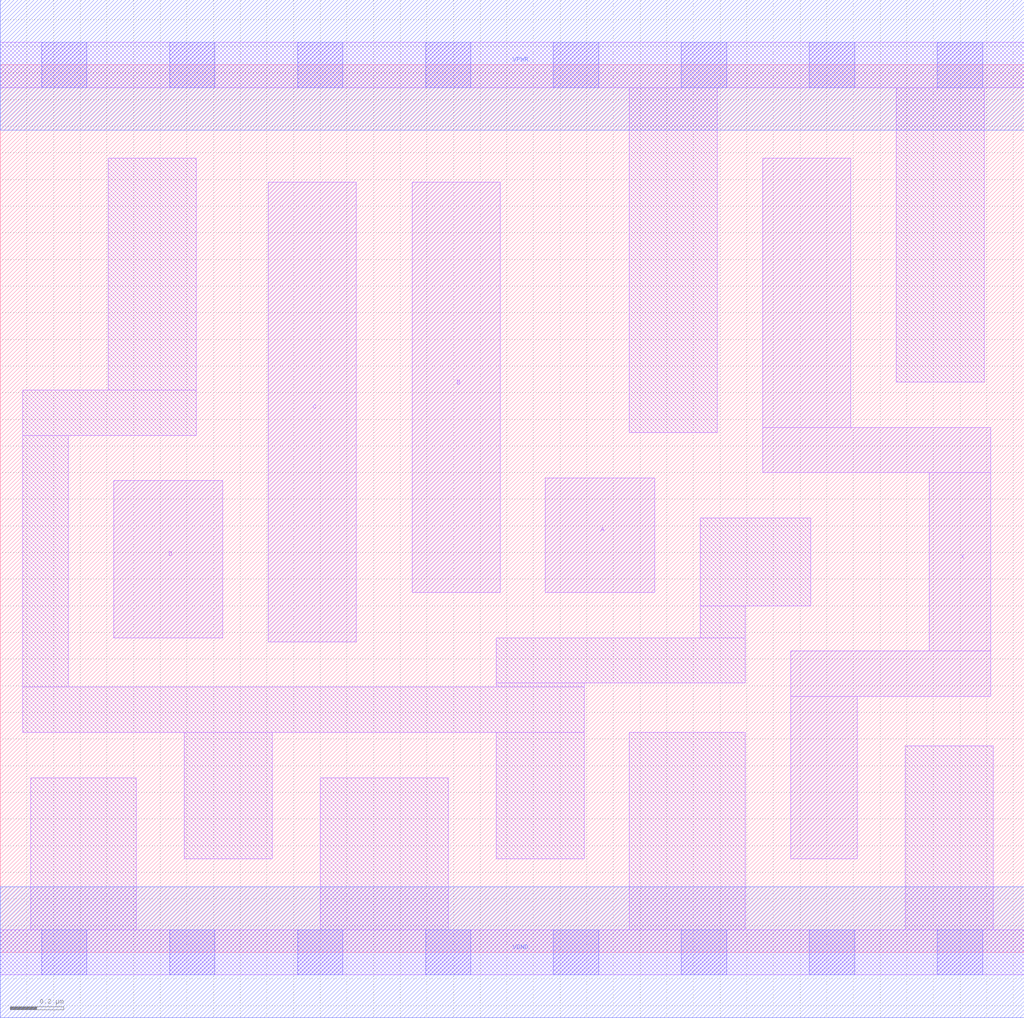
<source format=lef>
# Copyright 2020 The SkyWater PDK Authors
#
# Licensed under the Apache License, Version 2.0 (the "License");
# you may not use this file except in compliance with the License.
# You may obtain a copy of the License at
#
#     https://www.apache.org/licenses/LICENSE-2.0
#
# Unless required by applicable law or agreed to in writing, software
# distributed under the License is distributed on an "AS IS" BASIS,
# WITHOUT WARRANTIES OR CONDITIONS OF ANY KIND, either express or implied.
# See the License for the specific language governing permissions and
# limitations under the License.
#
# SPDX-License-Identifier: Apache-2.0

VERSION 5.7 ;
  NOWIREEXTENSIONATPIN ON ;
  DIVIDERCHAR "/" ;
  BUSBITCHARS "[]" ;
UNITS
  DATABASE MICRONS 200 ;
END UNITS
MACRO sky130_fd_sc_hs__or4_2
  CLASS CORE ;
  FOREIGN sky130_fd_sc_hs__or4_2 ;
  ORIGIN  0.000000  0.000000 ;
  SIZE  3.840000 BY  3.330000 ;
  SYMMETRY X Y ;
  SITE unit ;
  PIN A
    ANTENNAGATEAREA  0.246000 ;
    DIRECTION INPUT ;
    USE SIGNAL ;
    PORT
      LAYER li1 ;
        RECT 2.045000 1.350000 2.455000 1.780000 ;
    END
  END A
  PIN B
    ANTENNAGATEAREA  0.246000 ;
    DIRECTION INPUT ;
    USE SIGNAL ;
    PORT
      LAYER li1 ;
        RECT 1.545000 1.350000 1.875000 2.890000 ;
    END
  END B
  PIN C
    ANTENNAGATEAREA  0.246000 ;
    DIRECTION INPUT ;
    USE SIGNAL ;
    PORT
      LAYER li1 ;
        RECT 1.005000 1.165000 1.335000 2.890000 ;
    END
  END C
  PIN D
    ANTENNAGATEAREA  0.246000 ;
    DIRECTION INPUT ;
    USE SIGNAL ;
    PORT
      LAYER li1 ;
        RECT 0.425000 1.180000 0.835000 1.770000 ;
    END
  END D
  PIN X
    ANTENNADIFFAREA  0.543200 ;
    DIRECTION OUTPUT ;
    USE SIGNAL ;
    PORT
      LAYER li1 ;
        RECT 2.860000 1.800000 3.715000 1.970000 ;
        RECT 2.860000 1.970000 3.190000 2.980000 ;
        RECT 2.965000 0.350000 3.215000 0.960000 ;
        RECT 2.965000 0.960000 3.715000 1.130000 ;
        RECT 3.485000 1.130000 3.715000 1.800000 ;
    END
  END X
  PIN VGND
    DIRECTION INOUT ;
    USE GROUND ;
    PORT
      LAYER met1 ;
        RECT 0.000000 -0.245000 3.840000 0.245000 ;
    END
  END VGND
  PIN VPWR
    DIRECTION INOUT ;
    USE POWER ;
    PORT
      LAYER met1 ;
        RECT 0.000000 3.085000 3.840000 3.575000 ;
    END
  END VPWR
  OBS
    LAYER li1 ;
      RECT 0.000000 -0.085000 3.840000 0.085000 ;
      RECT 0.000000  3.245000 3.840000 3.415000 ;
      RECT 0.085000  0.825000 2.190000 0.995000 ;
      RECT 0.085000  0.995000 0.255000 1.940000 ;
      RECT 0.085000  1.940000 0.735000 2.110000 ;
      RECT 0.115000  0.085000 0.510000 0.655000 ;
      RECT 0.405000  2.110000 0.735000 2.980000 ;
      RECT 0.690000  0.350000 1.020000 0.825000 ;
      RECT 1.200000  0.085000 1.680000 0.655000 ;
      RECT 1.860000  0.350000 2.190000 0.825000 ;
      RECT 1.860000  0.995000 2.190000 1.010000 ;
      RECT 1.860000  1.010000 2.795000 1.180000 ;
      RECT 2.360000  0.085000 2.795000 0.825000 ;
      RECT 2.360000  1.950000 2.690000 3.245000 ;
      RECT 2.625000  1.180000 2.795000 1.300000 ;
      RECT 2.625000  1.300000 3.040000 1.630000 ;
      RECT 3.360000  2.140000 3.690000 3.245000 ;
      RECT 3.395000  0.085000 3.725000 0.775000 ;
    LAYER mcon ;
      RECT 0.155000 -0.085000 0.325000 0.085000 ;
      RECT 0.155000  3.245000 0.325000 3.415000 ;
      RECT 0.635000 -0.085000 0.805000 0.085000 ;
      RECT 0.635000  3.245000 0.805000 3.415000 ;
      RECT 1.115000 -0.085000 1.285000 0.085000 ;
      RECT 1.115000  3.245000 1.285000 3.415000 ;
      RECT 1.595000 -0.085000 1.765000 0.085000 ;
      RECT 1.595000  3.245000 1.765000 3.415000 ;
      RECT 2.075000 -0.085000 2.245000 0.085000 ;
      RECT 2.075000  3.245000 2.245000 3.415000 ;
      RECT 2.555000 -0.085000 2.725000 0.085000 ;
      RECT 2.555000  3.245000 2.725000 3.415000 ;
      RECT 3.035000 -0.085000 3.205000 0.085000 ;
      RECT 3.035000  3.245000 3.205000 3.415000 ;
      RECT 3.515000 -0.085000 3.685000 0.085000 ;
      RECT 3.515000  3.245000 3.685000 3.415000 ;
  END
END sky130_fd_sc_hs__or4_2
END LIBRARY

</source>
